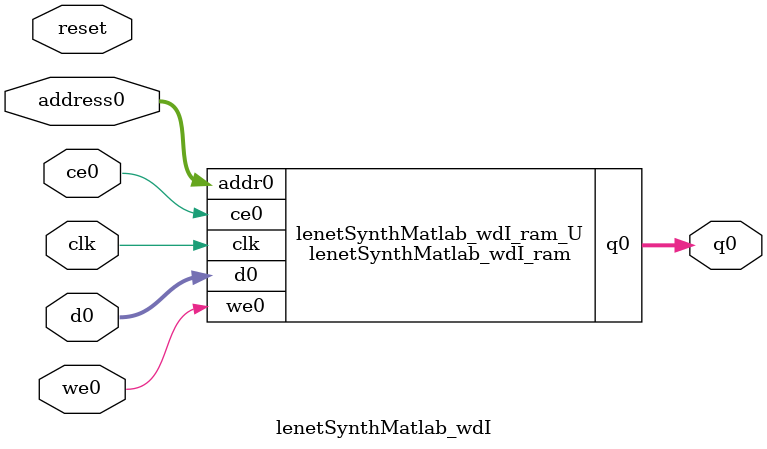
<source format=v>

`timescale 1 ns / 1 ps
module lenetSynthMatlab_wdI_ram (addr0, ce0, d0, we0, q0,  clk);

parameter DWIDTH = 32;
parameter AWIDTH = 3;
parameter MEM_SIZE = 6;

input[AWIDTH-1:0] addr0;
input ce0;
input[DWIDTH-1:0] d0;
input we0;
output reg[DWIDTH-1:0] q0;
input clk;

(* ram_style = "distributed" *)reg [DWIDTH-1:0] ram[0:MEM_SIZE-1];




always @(posedge clk)  
begin 
    if (ce0) 
    begin
        if (we0) 
        begin 
            ram[addr0] <= d0; 
            q0 <= d0;
        end 
        else 
            q0 <= ram[addr0];
    end
end


endmodule


`timescale 1 ns / 1 ps
module lenetSynthMatlab_wdI(
    reset,
    clk,
    address0,
    ce0,
    we0,
    d0,
    q0);

parameter DataWidth = 32'd32;
parameter AddressRange = 32'd6;
parameter AddressWidth = 32'd3;
input reset;
input clk;
input[AddressWidth - 1:0] address0;
input ce0;
input we0;
input[DataWidth - 1:0] d0;
output[DataWidth - 1:0] q0;



lenetSynthMatlab_wdI_ram lenetSynthMatlab_wdI_ram_U(
    .clk( clk ),
    .addr0( address0 ),
    .ce0( ce0 ),
    .we0( we0 ),
    .d0( d0 ),
    .q0( q0 ));

endmodule


</source>
